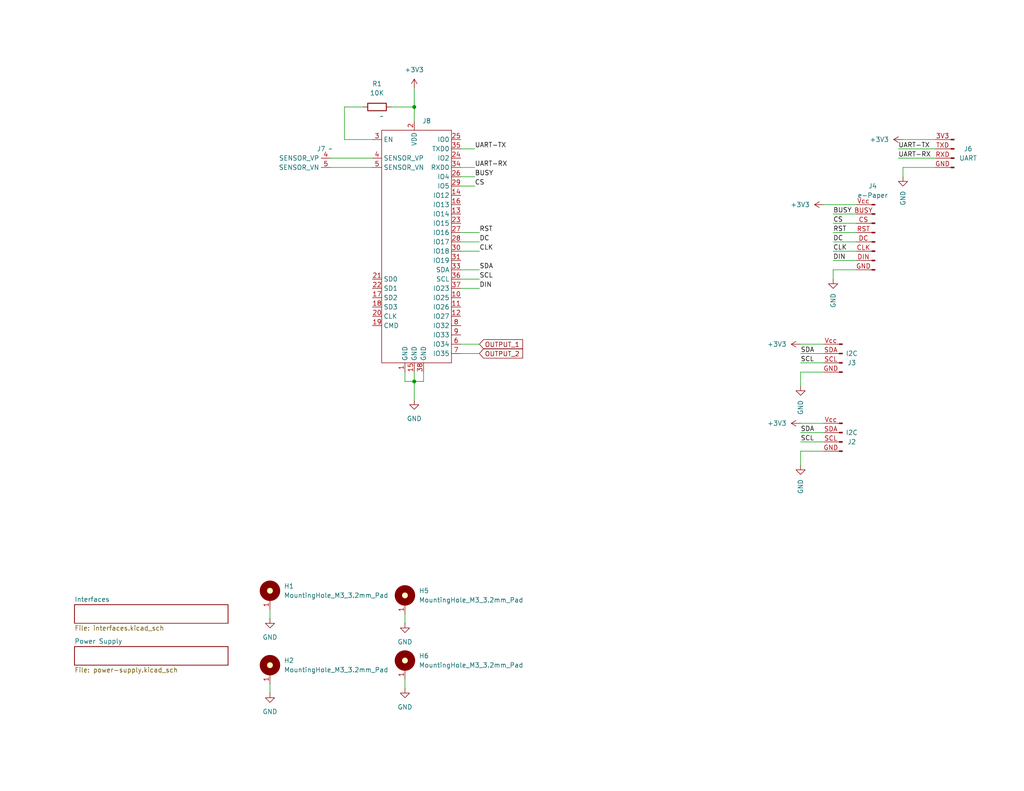
<source format=kicad_sch>
(kicad_sch (version 20231120) (generator "eeschema") (generator_version "8.0")
  (paper "USLetter")
  (title_block (title "ESP32-WROOM-32D Automation Board") (date "2024-01-15") (company "CEGEP Heritage College") (comment 1 "Alexander Bobkov"))
  (lib_symbols
    (symbol "Alexander_Library_Symbols:Conn_I2C_01x04" (pin_names (offset 1.016) hide)
      (property "Reference" "J" (at 0 5.08 0))
      (property "Value" "I2C" (at 0 -7.62 0))
      (symbol "Conn_I2C_01x04_1_1"
        (polyline (pts (xy 1.27 -5.08) (xy 0.8636 -5.08)) (stroke (width 0.1524)))
        (polyline (pts (xy 1.27 -2.54) (xy 0.8636 -2.54)) (stroke (width 0.1524)))
        (polyline (pts (xy 1.27 0) (xy 0.8636 0)) (stroke (width 0.1524)))
        (polyline (pts (xy 1.27 2.54) (xy 0.8636 2.54)) (stroke (width 0.1524)))
        (rectangle (start 0.8636 -4.953) (end 0 -5.207) (stroke (width 0.1524)) (fill (type outline)))
        (rectangle (start 0.8636 -2.413) (end 0 -2.667) (stroke (width 0.1524)) (fill (type outline)))
        (rectangle (start 0.8636 0.127) (end 0 -0.127) (stroke (width 0.1524)) (fill (type outline)))
        (rectangle (start 0.8636 2.667) (end 0 2.413) (stroke (width 0.1524)) (fill (type outline)))
        (pin power_out line (at 5.08 -5.08 180) (length 3.81) (name "GND") (number "GND"))
        (pin bidirectional line (at 5.08 -2.54 180) (length 3.81) (name "SCL") (number "SCL"))
        (pin bidirectional line (at 5.08 0 180) (length 3.81) (name "SDA") (number "SDA"))
        (pin power_in line (at 5.08 2.54 180) (length 3.81) (name "VCC") (number "Vcc"))
      )
    )
    (symbol "Alexander_Library_Symbols:ESP32-WROOM-32D-SOCKET"
      (property "Reference" "J8" (at 11.0841 -1.27 0))
      (property "Value" "~" (at 0 0 0))
      (symbol "ESP32-WROOM-32D-SOCKET_0_1"
        (rectangle (start 0 -3.81) (end 19.05 -67.31))
      )
      (symbol "ESP32-WROOM-32D-SOCKET_1_0"
        (pin power_out line (at 8.89 -69.85 90) (length 2.54) (name "GND") (number "15"))
        (pin power_out line (at 11.43 -69.85 90) (length 2.54) (name "GND") (number "38"))
      )
      (symbol "ESP32-WROOM-32D-SOCKET_1_1"
        (pin power_out line (at 6.35 -69.85 90) (length 2.54) (name "GND") (number "1"))
        (pin bidirectional line (at 21.59 -49.53 180) (length 2.54) (name "IO25") (number "10"))
        (pin bidirectional line (at 21.59 -52.07 180) (length 2.54) (name "IO26") (number "11"))
        (pin bidirectional line (at 21.59 -54.61 180) (length 2.54) (name "IO27") (number "12"))
        (pin bidirectional line (at 21.59 -26.67 180) (length 2.54) (name "IO14") (number "13"))
        (pin bidirectional line (at 21.59 -21.59 180) (length 2.54) (name "IO12") (number "14"))
        (pin bidirectional line (at 21.59 -24.13 180) (length 2.54) (name "IO13") (number "16"))
        (pin input line (at -2.54 -49.53 0) (length 2.54) (name "SD2") (number "17"))
        (pin input line (at -2.54 -52.07 0) (length 2.54) (name "SD3") (number "18"))
        (pin input line (at -2.54 -57.15 0) (length 2.54) (name "CMD") (number "19"))
        (pin power_in line (at 8.89 -1.27 270) (length 2.54) (name "VDD") (number "2"))
        (pin input line (at -2.54 -54.61 0) (length 2.54) (name "CLK") (number "20"))
        (pin input line (at -2.54 -44.45 0) (length 2.54) (name "SD0") (number "21"))
        (pin input line (at -2.54 -46.99 0) (length 2.54) (name "SD1") (number "22"))
        (pin bidirectional line (at 21.59 -29.21 180) (length 2.54) (name "IO15") (number "23"))
        (pin bidirectional line (at 21.59 -11.43 180) (length 2.54) (name "IO2") (number "24"))
        (pin bidirectional line (at 21.59 -6.35 180) (length 2.54) (name "IO0") (number "25"))
        (pin bidirectional line (at 21.59 -16.51 180) (length 2.54) (name "IO4") (number "26"))
        (pin bidirectional line (at 21.59 -31.75 180) (length 2.54) (name "IO16") (number "27"))
        (pin bidirectional line (at 21.59 -34.29 180) (length 2.54) (name "IO17") (number "28"))
        (pin bidirectional line (at 21.59 -19.05 180) (length 2.54) (name "IO5") (number "29"))
        (pin input line (at -2.54 -6.35 0) (length 2.54) (name "EN") (number "3"))
        (pin bidirectional line (at 21.59 -36.83 180) (length 2.54) (name "IO18") (number "30"))
        (pin bidirectional line (at 21.59 -39.37 180) (length 2.54) (name "IO19") (number "31"))
        (pin bidirectional line (at 21.59 -41.91 180) (length 2.54) (name "SDA") (number "33"))
        (pin input line (at 21.59 -13.97 180) (length 2.54) (name "RXD0") (number "34"))
        (pin output line (at 21.59 -8.89 180) (length 2.54) (name "TXD0") (number "35"))
        (pin bidirectional line (at 21.59 -44.45 180) (length 2.54) (name "SCL") (number "36"))
        (pin bidirectional line (at 21.59 -46.99 180) (length 2.54) (name "IO23") (number "37"))
        (pin input line (at -2.54 -11.43 0) (length 2.54) (name "SENSOR_VP") (number "4"))
        (pin input line (at -2.54 -13.97 0) (length 2.54) (name "SENSOR_VN") (number "5"))
        (pin bidirectional line (at 21.59 -62.23 180) (length 2.54) (name "IO34") (number "6"))
        (pin bidirectional line (at 21.59 -64.77 180) (length 2.54) (name "IO35") (number "7"))
        (pin bidirectional line (at 21.59 -57.15 180) (length 2.54) (name "IO32") (number "8"))
        (pin bidirectional line (at 21.59 -59.69 180) (length 2.54) (name "IO33") (number "9"))
      )
    )
    (symbol "Alexander_Library_Symbols:ESP32_PADS_VN-VP"
      (property "Reference" "J" (at 0 0 0))
      (symbol "ESP32_PADS_VN-VP_1_1"
        (pin bidirectional line (at 0 -2.54 180) (length 2.54) (name "SENSOR_VP") (number "4"))
        (pin bidirectional line (at 0 -5.08 180) (length 2.54) (name "SENSOR_VN") (number "5"))
      )
    )
    (symbol "Conn_UART_1" (pin_names (offset 1.016) hide)
      (property "Reference" "J" (at 1.27 3.81 0))
      (property "Value" "UART" (at 2.54 -10.16 0))
      (symbol "Conn_UART_1_1_1"
        (polyline (pts (xy 1.27 -7.62) (xy 0.8636 -7.62)) (stroke (width 0.1524)))
        (polyline (pts (xy 1.27 -5.08) (xy 0.8636 -5.08)) (stroke (width 0.1524)))
        (polyline (pts (xy 1.27 -2.54) (xy 0.8636 -2.54)) (stroke (width 0.1524)))
        (polyline (pts (xy 1.27 0) (xy 0.8636 0)) (stroke (width 0.1524)))
        (rectangle (start 0.8636 -7.493) (end 0 -7.747) (stroke (width 0.1524)) (fill (type outline)))
        (rectangle (start 0.8636 -4.953) (end 0 -5.207) (stroke (width 0.1524)) (fill (type outline)))
        (rectangle (start 0.8636 -2.413) (end 0 -2.667) (stroke (width 0.1524)) (fill (type outline)))
        (rectangle (start 0.8636 0.127) (end 0 -0.127) (stroke (width 0.1524)) (fill (type outline)))
        (pin power_in line (at 5.08 0 180) (length 3.81) (name "3V3") (number "3V3"))
        (pin power_out line (at 5.08 -7.62 180) (length 3.81) (name "GND") (number "GND"))
        (pin input line (at 5.08 -5.08 180) (length 3.81) (name "RXD") (number "RXD"))
        (pin output line (at 5.08 -2.54 180) (length 3.81) (name "TXD") (number "TXD"))
      )
    )
    (symbol "Conn_ePaper_01x08_1" (pin_names (offset 1.016) hide)
      (property "Reference" "J" (at 0 10.16 0))
      (property "Value" "e-Paper" (at 3.81 -12.7 0))
      (symbol "Conn_ePaper_01x08_1_1_1"
        (polyline (pts (xy 1.27 -10.16) (xy 0.8636 -10.16)) (stroke (width 0.1524)))
        (polyline (pts (xy 1.27 -7.62) (xy 0.8636 -7.62)) (stroke (width 0.1524)))
        (polyline (pts (xy 1.27 -5.08) (xy 0.8636 -5.08)) (stroke (width 0.1524)))
        (polyline (pts (xy 1.27 -2.54) (xy 0.8636 -2.54)) (stroke (width 0.1524)))
        (polyline (pts (xy 1.27 0) (xy 0.8636 0)) (stroke (width 0.1524)))
        (polyline (pts (xy 1.27 2.54) (xy 0.8636 2.54)) (stroke (width 0.1524)))
        (polyline (pts (xy 1.27 5.08) (xy 0.8636 5.08)) (stroke (width 0.1524)))
        (polyline (pts (xy 1.27 7.62) (xy 0.8636 7.62)) (stroke (width 0.1524)))
        (rectangle (start 0.8636 -10.033) (end 0 -10.287) (stroke (width 0.1524)) (fill (type outline)))
        (rectangle (start 0.8636 -7.493) (end 0 -7.747) (stroke (width 0.1524)) (fill (type outline)))
        (rectangle (start 0.8636 -4.953) (end 0 -5.207) (stroke (width 0.1524)) (fill (type outline)))
        (rectangle (start 0.8636 -2.413) (end 0 -2.667) (stroke (width 0.1524)) (fill (type outline)))
        (rectangle (start 0.8636 0.127) (end 0 -0.127) (stroke (width 0.1524)) (fill (type outline)))
        (rectangle (start 0.8636 2.667) (end 0 2.413) (stroke (width 0.1524)) (fill (type outline)))
        (rectangle (start 0.8636 5.207) (end 0 4.953) (stroke (width 0.1524)) (fill (type outline)))
        (rectangle (start 0.8636 7.747) (end 0 7.493) (stroke (width 0.1524)) (fill (type outline)))
        (pin bidirectional line (at 5.08 5.08 180) (length 3.81) (name "BUSY") (number "BUSY"))
        (pin input line (at 5.08 -5.08 180) (length 3.81) (name "CLK") (number "CLK"))
        (pin input line (at 5.08 2.54 180) (length 3.81) (name "CS") (number "CS"))
        (pin bidirectional line (at 5.08 -2.54 180) (length 3.81) (name "DC") (number "DC"))
        (pin bidirectional line (at 5.08 -7.62 180) (length 3.81) (name "DIN") (number "DIN"))
        (pin power_out line (at 5.08 -10.16 180) (length 3.81) (name "GND") (number "GND"))
        (pin input line (at 5.08 0 180) (length 3.81) (name "RST") (number "RST"))
        (pin power_in line (at 5.08 7.62 180) (length 3.81) (name "Vcc") (number "Vcc"))
      )
    )
    (symbol "Device:R" (pin_numbers hide) (pin_names (offset 0))
      (property "Reference" "R" (at 2.032 0 90))
      (property "Value" "R" (at 0 0 90))
      (symbol "R_0_1"
        (rectangle (start -1.016 -2.54) (end 1.016 2.54) (stroke (width 0.254)))
      )
      (symbol "R_1_1"
        (pin passive line (at 0 3.81 270) (length 1.27) (name "~") (number "1"))
        (pin passive line (at 0 -3.81 90) (length 1.27) (name "~") (number "2"))
      )
    )
    (symbol "GND_1" (power) (pin_numbers hide) (pin_names (offset 0) hide)
      (property "Value" "GND" (at 0 -3.81 0))
      (symbol "GND_1_0_1"
        (polyline (pts (xy 0 0) (xy 0 -1.27) (xy 1.27 -1.27) (xy 0 -2.54) (xy -1.27 -1.27) (xy 0 -1.27)))
      )
      (symbol "GND_1_1_1"
        (pin power_in line (at 0 0 270) (length 0) (name "~") (number "1"))
      )
    )
    (symbol "GND_2" (power) (pin_numbers hide) (pin_names (offset 0) hide)
      (property "Value" "GND" (at 0 -3.81 0))
      (symbol "GND_2_0_1"
        (polyline (pts (xy 0 0) (xy 0 -1.27) (xy 1.27 -1.27) (xy 0 -2.54) (xy -1.27 -1.27) (xy 0 -1.27)))
      )
      (symbol "GND_2_1_1"
        (pin power_in line (at 0 0 270) (length 0) (name "~") (number "1"))
      )
    )
    (symbol "PCM_SL_Mechanical:MountingHole_M3_3.2mm_Pad"
      (property "Reference" "H" (at 0 7.62 0))
      (property "Value" "MountingHole_M3_3.2mm_Pad" (at 0 5.08 0))
      (symbol "MountingHole_M3_3.2mm_Pad_0_1"
        (circle (center 0 0) (radius 1.27) (fill (type background)))
        (circle (center 0 0) (radius 1.7961) (stroke (width 2)))
      )
      (symbol "MountingHole_M3_3.2mm_Pad_1_1"
        (pin passive line (at 0 -5.08 90) (length 2.54) (name "") (number "1"))
      )
    )
    (symbol "power:+3V3" (power) (pin_names (offset 0))
      (property "Value" "+3V3" (at 0 3.556 0))
      (symbol "+3V3_0_1"
        (polyline (pts (xy -0.762 1.27) (xy 0 2.54)))
        (polyline (pts (xy 0 0) (xy 0 2.54)))
        (polyline (pts (xy 0 2.54) (xy 0.762 1.27)))
      )
      (symbol "+3V3_1_1"
        (pin power_in line (at 0 0 90) (length 0) hide (name "+3V3") (number "1"))
      )
    )
    (symbol "power:GND" (power) (pin_names (offset 0))
      (property "Value" "GND" (at 0 -3.81 0))
      (symbol "GND_0_1"
        (polyline (pts (xy 0 0) (xy 0 -1.27) (xy 1.27 -1.27) (xy 0 -2.54) (xy -1.27 -1.27) (xy 0 -1.27)))
      )
      (symbol "GND_1_1"
        (pin power_in line (at 0 0 270) (length 0) hide (name "GND") (number "1"))
      )
    )
  )
  (junction (at 113.03 29.21))
  (junction (at 113.03 104.14))
  (wire (pts (xy 227.33 73.66) (xy 227.33 76.2)))
  (wire (pts (xy 110.49 104.14) (xy 113.03 104.14)))
  (wire (pts (xy 125.73 66.04) (xy 130.81 66.04)))
  (wire (pts (xy 113.03 101.6) (xy 113.03 104.14)))
  (wire (pts (xy 245.11 40.64) (xy 255.27 40.64)))
  (wire (pts (xy 125.73 96.52) (xy 130.81 96.52)))
  (wire (pts (xy 125.73 68.58) (xy 130.81 68.58)))
  (wire (pts (xy 246.38 45.72) (xy 246.38 48.26)))
  (wire (pts (xy 106.68 29.21) (xy 113.03 29.21)))
  (wire (pts (xy 227.33 71.12) (xy 233.68 71.12)))
  (wire (pts (xy 245.11 43.18) (xy 255.27 43.18)))
  (wire (pts (xy 110.49 167.64) (xy 110.49 170.18)))
  (wire (pts (xy 125.73 78.74) (xy 130.81 78.74)))
  (wire (pts (xy 93.98 29.21) (xy 93.98 38.1)))
  (wire (pts (xy 125.73 76.2) (xy 130.81 76.2)))
  (wire (pts (xy 227.33 58.42) (xy 233.68 58.42)))
  (wire (pts (xy 224.79 123.19) (xy 218.44 123.19)))
  (wire (pts (xy 227.33 60.96) (xy 233.68 60.96)))
  (wire (pts (xy 125.73 73.66) (xy 130.81 73.66)))
  (wire (pts (xy 255.27 45.72) (xy 246.38 45.72)))
  (wire (pts (xy 115.57 101.6) (xy 115.57 104.14)))
  (wire (pts (xy 125.73 63.5) (xy 130.81 63.5)))
  (wire (pts (xy 218.44 120.65) (xy 224.79 120.65)))
  (wire (pts (xy 224.79 55.88) (xy 233.68 55.88)))
  (wire (pts (xy 125.73 40.64) (xy 129.54 40.64)))
  (wire (pts (xy 73.66 166.37) (xy 73.66 168.91)))
  (wire (pts (xy 218.44 123.19) (xy 218.44 127)))
  (wire (pts (xy 246.38 38.1) (xy 255.27 38.1)))
  (wire (pts (xy 227.33 73.66) (xy 233.68 73.66)))
  (wire (pts (xy 93.98 29.21) (xy 99.06 29.21)))
  (wire (pts (xy 113.03 24.13) (xy 113.03 29.21)))
  (wire (pts (xy 218.44 96.52) (xy 224.79 96.52)))
  (wire (pts (xy 227.33 68.58) (xy 233.68 68.58)))
  (wire (pts (xy 90.17 45.72) (xy 101.6 45.72)))
  (wire (pts (xy 218.44 101.6) (xy 218.44 105.41)))
  (wire (pts (xy 125.73 48.26) (xy 129.54 48.26)))
  (wire (pts (xy 218.44 99.06) (xy 224.79 99.06)))
  (wire (pts (xy 125.73 50.8) (xy 129.54 50.8)))
  (wire (pts (xy 113.03 104.14) (xy 113.03 109.22)))
  (wire (pts (xy 115.57 104.14) (xy 113.03 104.14)))
  (wire (pts (xy 227.33 63.5) (xy 233.68 63.5)))
  (wire (pts (xy 224.79 101.6) (xy 218.44 101.6)))
  (wire (pts (xy 90.17 43.18) (xy 101.6 43.18)))
  (wire (pts (xy 218.44 118.11) (xy 224.79 118.11)))
  (wire (pts (xy 113.03 29.21) (xy 113.03 33.02)))
  (wire (pts (xy 227.33 66.04) (xy 233.68 66.04)))
  (wire (pts (xy 218.44 115.57) (xy 224.79 115.57)))
  (wire (pts (xy 110.49 185.42) (xy 110.49 187.96)))
  (wire (pts (xy 110.49 101.6) (xy 110.49 104.14)))
  (wire (pts (xy 125.73 45.72) (xy 129.54 45.72)))
  (wire (pts (xy 125.73 93.98) (xy 130.81 93.98)))
  (wire (pts (xy 93.98 38.1) (xy 101.6 38.1)))
  (wire (pts (xy 218.44 93.98) (xy 224.79 93.98)))
  (wire (pts (xy 73.66 186.69) (xy 73.66 189.23)))
  (label "RST" (at 130.81 63.5 0))
  (label "SCL" (at 130.81 76.2 0))
  (label "SDA" (at 218.44 118.11 0))
  (label "DIN" (at 130.81 78.74 0))
  (label "DIN" (at 227.33 71.12 0))
  (label "SDA" (at 218.44 96.52 0))
  (label "SCL" (at 218.44 120.65 0))
  (label "CS" (at 129.54 50.8 0))
  (label "SDA" (at 130.81 73.66 0))
  (label "DC" (at 130.81 66.04 0))
  (label "UART-RX" (at 245.11 43.18 0))
  (label "SCL" (at 218.44 99.06 0))
  (label "UART-RX" (at 129.54 45.72 0))
  (label "DC" (at 227.33 66.04 0))
  (label "CLK" (at 227.33 68.58 0))
  (label "UART-TX" (at 129.54 40.64 0))
  (label "UART-TX" (at 245.11 40.64 0))
  (label "CLK" (at 130.81 68.58 0))
  (label "CS" (at 227.33 60.96 0))
  (label "BUSY" (at 227.33 58.42 0))
  (label "RST" (at 227.33 63.5 0))
  (label "BUSY" (at 129.54 48.26 0))
  (global_label "OUTPUT_2" (shape input) (at 130.81 96.52 0) (property "Intersheetrefs" "${INTERSHEET_REFS}" (effects (hide yes))))
  (global_label "OUTPUT_1" (shape input) (at 130.81 93.98 0) (property "Intersheetrefs" "${INTERSHEET_REFS}" (effects (hide yes))))
  (symbol (lib_name "GND_1") (lib_id "power:GND") (at 73.66 168.91 0) (unit 1)
    (property "Reference" "#PWR028" (effects (hide yes)))
    (property "Value" "GND" (at 73.66 173.99 0))
    (property "Description" "Power symbol creates a global label with name \"GND\" , ground" (effects (hide yes)))
  )
  (symbol (lib_id "PCM_SL_Mechanical:MountingHole_M3_3.2mm_Pad") (at 73.66 181.61 0) (unit 1)
    (property "Reference" "H2" (at 77.47 180.3399 0) (effects (justify left)))
    (property "Value" "MountingHole_M3_3.2mm_Pad" (at 77.47 182.8799 0) (effects (justify left)))
    (property "Footprint" "PCM_SL_Mechanical:MountingHole_3.2mm_Pad" (effects (hide yes)))
    (property "Description" "3.2mm Diameter Mounting Hole Pad (M3)" (effects (hide yes)))
  )
  (symbol (lib_name "Conn_UART_1") (lib_id "Alexander_Library_Symbols:Conn_UART") (at 260.35 38.1 0) (mirror y) (unit 1)
    (property "Reference" "J6" (at 264.16 40.64 0))
    (property "Value" "UART" (at 264.16 43.18 0))
    (property "Footprint" "Alexander Footprint Library:Conn_UART" (effects (hide yes)))
  )
  (symbol (lib_id "power:+3V3") (at 218.44 93.98 90) (unit 1)
    (property "Reference" "#PWR09" (effects (hide yes)))
    (property "Value" "+3V3" (at 214.63 93.98 90) (effects (justify left)))
  )
  (symbol (lib_id "power:GND") (at 227.33 76.2 0) (unit 1)
    (property "Reference" "#PWR012" (effects (hide yes)))
    (property "Value" "GND" (at 227.33 80.01 90) (effects (justify right)))
  )
  (symbol (lib_id "Device:R") (at 102.87 29.21 270) (unit 1)
    (property "Reference" "R1" (at 102.87 22.86 90))
    (property "Value" "10K" (at 102.87 25.4 90))
    (property "Footprint" "Resistor_SMD:R_1206_3216Metric_Pad1.30x1.75mm_HandSolder" (effects (hide yes)))
  )
  (symbol (lib_id "power:+3V3") (at 246.38 38.1 90) (unit 1)
    (property "Reference" "#PWR017" (effects (hide yes)))
    (property "Value" "+3V3" (at 242.57 38.1 90) (effects (justify left)))
  )
  (symbol (lib_name "Conn_ePaper_01x08_1") (lib_id "Alexander_Library_Symbols:Conn_ePaper_01x08") (at 238.76 63.5 0) (mirror y) (unit 1)
    (property "Reference" "J4" (at 238.125 50.8 0))
    (property "Value" "e-Paper" (at 238.125 53.34 0))
    (property "Footprint" "Alexander Footprint Library:Conn_ePaper" (effects (hide yes)))
  )
  (symbol (lib_id "power:GND") (at 246.38 48.26 0) (unit 1)
    (property "Reference" "#PWR015" (effects (hide yes)))
    (property "Value" "GND" (at 246.38 52.07 90) (effects (justify right)))
  )
  (symbol (lib_id "power:+3V3") (at 113.03 24.13 0) (unit 1)
    (property "Reference" "#PWR01" (effects (hide yes)))
    (property "Value" "+3V3" (at 113.03 19.05 0))
  )
  (symbol (lib_id "power:GND") (at 218.44 127 0) (unit 1)
    (property "Reference" "#PWR014" (effects (hide yes)))
    (property "Value" "GND" (at 218.44 130.81 90) (effects (justify right)))
  )
  (symbol (lib_id "PCM_SL_Mechanical:MountingHole_M3_3.2mm_Pad") (at 73.66 161.29 0) (unit 1)
    (property "Reference" "H1" (at 77.47 160.0199 0) (effects (justify left)))
    (property "Value" "MountingHole_M3_3.2mm_Pad" (at 77.47 162.5599 0) (effects (justify left)))
    (property "Footprint" "PCM_SL_Mechanical:MountingHole_3.2mm_Pad" (effects (hide yes)))
    (property "Description" "3.2mm Diameter Mounting Hole Pad (M3)" (effects (hide yes)))
  )
  (symbol (lib_id "power:GND") (at 218.44 105.41 0) (unit 1)
    (property "Reference" "#PWR010" (effects (hide yes)))
    (property "Value" "GND" (at 218.44 109.22 90) (effects (justify right)))
  )
  (symbol (lib_id "power:GND") (at 113.03 109.22 0) (unit 1)
    (property "Reference" "#PWR02" (effects (hide yes)))
    (property "Value" "GND" (at 113.03 114.3 0))
  )
  (symbol (lib_id "power:+3V3") (at 218.44 115.57 90) (unit 1)
    (property "Reference" "#PWR013" (effects (hide yes)))
    (property "Value" "+3V3" (at 214.63 115.57 90) (effects (justify left)))
  )
  (symbol (lib_id "PCM_SL_Mechanical:MountingHole_M3_3.2mm_Pad") (at 110.49 162.56 0) (unit 1)
    (property "Reference" "H5" (at 114.3 161.2899 0) (effects (justify left)))
    (property "Value" "MountingHole_M3_3.2mm_Pad" (at 114.3 163.8299 0) (effects (justify left)))
    (property "Footprint" "PCM_SL_Mechanical:MountingHole_3.2mm_Pad" (effects (hide yes)))
    (property "Description" "3.2mm Diameter Mounting Hole Pad (M3)" (effects (hide yes)))
  )
  (symbol (lib_name "GND_1") (lib_id "power:GND") (at 110.49 170.18 0) (unit 1)
    (property "Reference" "#PWR016" (effects (hide yes)))
    (property "Value" "GND" (at 110.49 175.26 0))
    (property "Description" "Power symbol creates a global label with name \"GND\" , ground" (effects (hide yes)))
  )
  (symbol (lib_id "Alexander_Library_Symbols:ESP32-WROOM-32D-SOCKET") (at 104.14 31.75 0) (unit 1)
    (property "Reference" "J8" (at 115.2241 33.02 0) (effects (justify left)))
    (property "Value" "~" (at 104.14 31.75 0))
    (property "Footprint" "Alexander Footprint Library:ESP32-WROOM-Adapter-Socket-Universal" (effects (hide yes)))
  )
  (symbol (lib_id "PCM_SL_Mechanical:MountingHole_M3_3.2mm_Pad") (at 110.49 180.34 0) (unit 1)
    (property "Reference" "H6" (at 114.3 179.0699 0) (effects (justify left)))
    (property "Value" "MountingHole_M3_3.2mm_Pad" (at 114.3 181.6099 0) (effects (justify left)))
    (property "Footprint" "PCM_SL_Mechanical:MountingHole_3.2mm_Pad" (effects (hide yes)))
    (property "Description" "3.2mm Diameter Mounting Hole Pad (M3)" (effects (hide yes)))
  )
  (symbol (lib_id "Alexander_Library_Symbols:ESP32_PADS_VN-VP") (at 90.17 40.64 0) (unit 1)
    (property "Reference" "J7" (at 87.63 40.64 0))
    (property "Value" "~" (at 90.17 40.64 0))
    (property "Footprint" "Alexander Footprints Library:ESP32_PADS_VN-VP" (effects (hide yes)))
  )
  (symbol (lib_name "GND_2") (lib_id "power:GND") (at 110.49 187.96 0) (unit 1)
    (property "Reference" "#PWR018" (effects (hide yes)))
    (property "Value" "GND" (at 110.49 193.04 0))
    (property "Description" "Power symbol creates a global label with name \"GND\" , ground" (effects (hide yes)))
  )
  (symbol (lib_name "GND_1") (lib_id "power:GND") (at 73.66 189.23 0) (unit 1)
    (property "Reference" "#PWR029" (effects (hide yes)))
    (property "Value" "GND" (at 73.66 194.31 0))
    (property "Description" "Power symbol creates a global label with name \"GND\" , ground" (effects (hide yes)))
  )
  (symbol (lib_id "power:+3V3") (at 224.79 55.88 90) (unit 1)
    (property "Reference" "#PWR011" (effects (hide yes)))
    (property "Value" "+3V3" (at 220.98 55.88 90) (effects (justify left)))
  )
  (symbol (lib_id "Alexander_Library_Symbols:Conn_I2C_01x04") (at 229.87 118.11 0) (mirror y) (unit 1)
    (property "Reference" "J2" (at 232.41 120.65 0))
    (property "Value" "I2C" (at 232.41 118.11 0))
    (property "Footprint" "Alexander Footprint Library:Conn_I2C_3" (effects (hide yes)))
  )
  (symbol (lib_id "Alexander_Library_Symbols:Conn_I2C_01x04") (at 229.87 96.52 0) (mirror y) (unit 1)
    (property "Reference" "J3" (at 232.41 99.06 0))
    (property "Value" "I2C" (at 232.41 96.52 0))
    (property "Footprint" "Alexander Footprint Library:Conn_I2C_3" (effects (hide yes)))
  )
  (sheet (at 20.32 165.1) (size 41.91 5.08) (stroke (width 0.1524))
    (property "Sheetname" "Interfaces" (at 20.32 164.3884 0) (effects (justify left bottom)))
    (property "Sheetfile" "interfaces.kicad_sch" (at 20.32 170.7646 0) (effects (justify left top)))
  )
  (sheet (at 20.32 176.53) (size 41.91 5.08) (stroke (width 0.1524))
    (property "Sheetname" "Power Supply" (at 20.32 175.8184 0) (effects (justify left bottom)))
    (property "Sheetfile" "power-supply.kicad_sch" (at 20.32 182.1946 0) (effects (justify left top)))
  )
)
</source>
